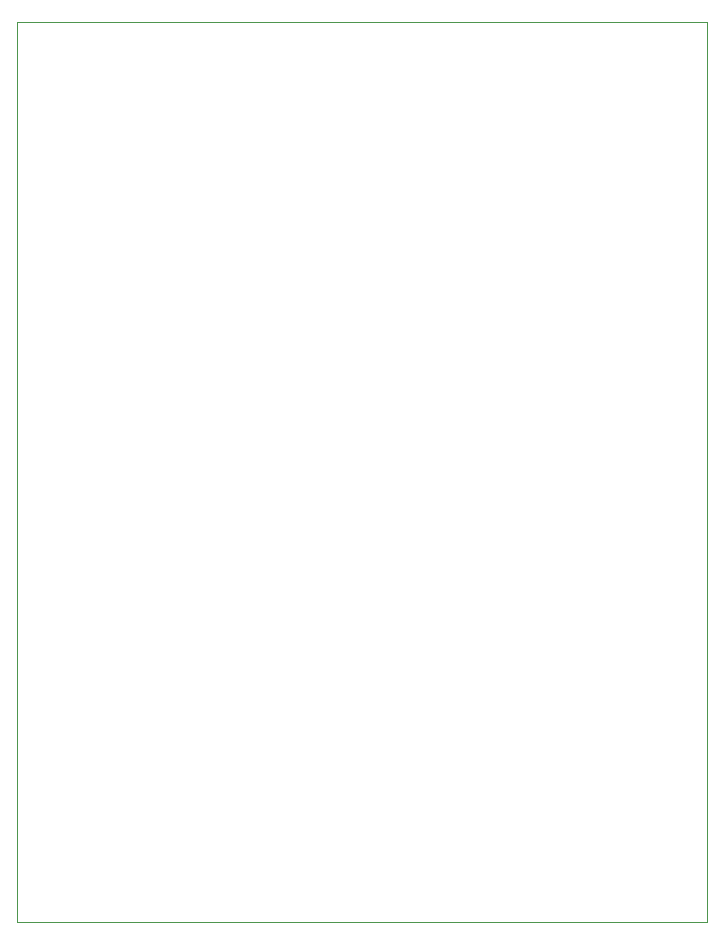
<source format=gbp>
G04 EAGLE Gerber RS-274X export*
G75*
%MOMM*%
%FSLAX34Y34*%
%LPD*%
%INSolder paste bottom*%
%IPPOS*%
%AMOC8*
5,1,8,0,0,1.08239X$1,22.5*%
G01*
%ADD10C,0.000000*%


D10*
X0Y0D02*
X584200Y0D01*
X584200Y762000D01*
X0Y762000D01*
X0Y0D01*
M02*

</source>
